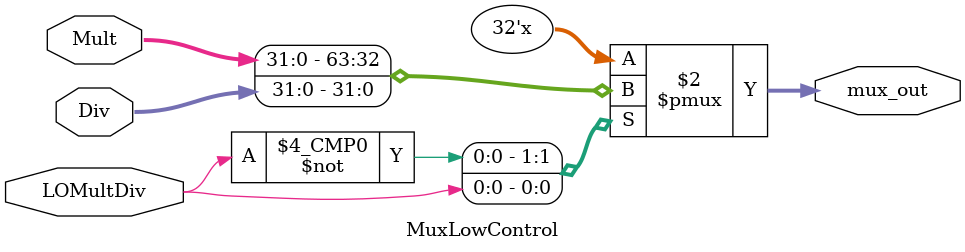
<source format=v>
module MuxLowControl(LOMultDiv, Mult, Div, mux_out);
//feito
input LOMultDiv;
input [31:0] Mult;
input [31:0] Div;
output reg [31:0] mux_out;

always @ (LOMultDiv)
begin

case(LOMultDiv)
1'd0:mux_out <= Mult;
1'd1:mux_out <= Div;
endcase

end
endmodule
</source>
